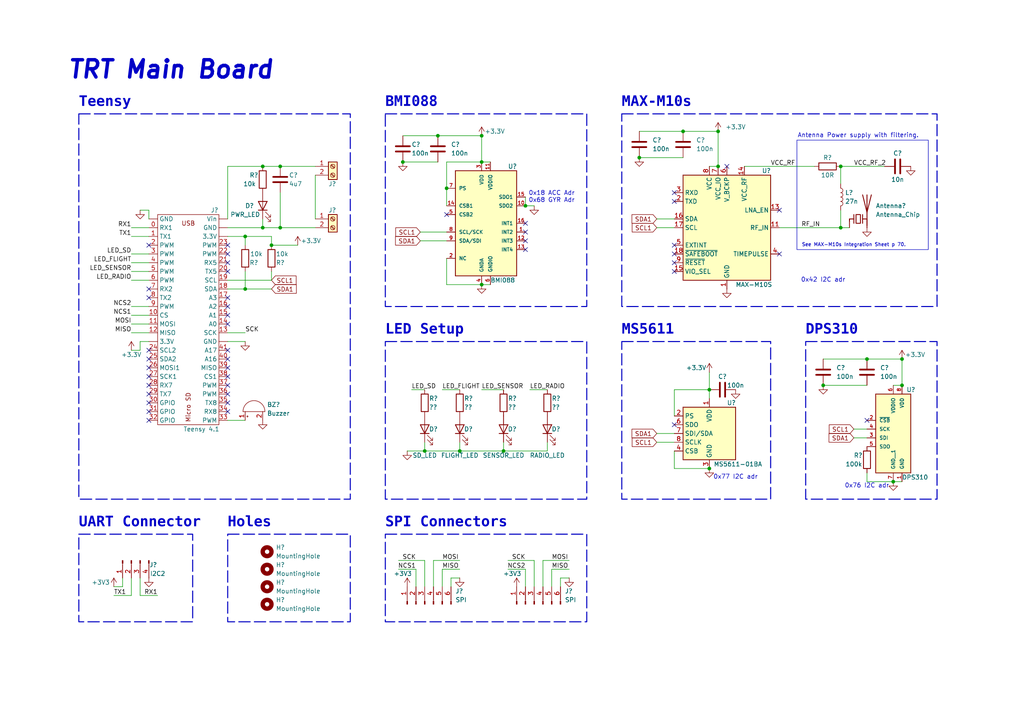
<source format=kicad_sch>
(kicad_sch (version 20231120) (generator "eeschema") (generator_version "8.0")
  (paper "A4")
  (lib_symbols
    (symbol "BMI088:BMI088" (pin_names (offset 1.016))
      (property "Reference" "U?" (at 5.08 15.24 0))
      (property "Value" "BMI088" (at 5.08 -17.78 0))
      (symbol "BMI088_0_0"
        (rectangle (start -12.7 15.24) (end 5.08 -15.24) (stroke (width 0.254)) (fill (type background)))
      )
      (symbol "BMI088_1_0"
        (pin bidirectional line (at 7.62 -2.54 180) (length 2.54) (name "INT2") (number "1"))
        (pin output line (at 7.62 5.08 180) (length 2.54) (name "SDO2") (number "10"))
        (pin power_in line (at -2.54 17.78 270) (length 2.54) (name "VDDIO") (number "11"))
        (pin bidirectional line (at 7.62 -5.08 180) (length 2.54) (name "INT3") (number "12"))
        (pin bidirectional line (at 7.62 -7.62 180) (length 2.54) (name "INT4") (number "13"))
        (pin input line (at -15.24 5.08 0) (length 2.54) (name "CSB1") (number "14"))
        (pin output line (at 7.62 7.62 180) (length 2.54) (name "SDO1") (number "15"))
        (pin bidirectional line (at 7.62 0 180) (length 2.54) (name "INT1") (number "16"))
        (pin passive line (at -15.24 -10.16 0) (length 2.54) (name "NC") (number "2"))
        (pin power_in line (at -5.08 17.78 270) (length 2.54) (name "VDD") (number "3"))
        (pin power_in line (at -5.08 -17.78 90) (length 2.54) (name "GNDA") (number "4"))
        (pin input line (at -15.24 2.54 0) (length 2.54) (name "CSB2") (number "5"))
        (pin power_in line (at -2.54 -17.78 90) (length 2.54) (name "GNDIO") (number "6"))
        (pin input line (at -15.24 10.16 0) (length 2.54) (name "PS") (number "7"))
        (pin input line (at -15.24 -2.54 0) (length 2.54) (name "SCL/SCK") (number "8"))
        (pin bidirectional line (at -15.24 -5.08 0) (length 2.54) (name "SDA/SDI") (number "9"))
      )
    )
    (symbol "CUSTOM:Teensy_4.1"
      (property "Reference" "J?" (at 17.78 60.96 0))
      (property "Value" "Teensy 4.1" (at 15.24 -2.54 0))
      (symbol "Teensy_4.1_0_1"
        (rectangle (start 2.54 59.69) (end 20.32 -1.27))
      )
      (symbol "Teensy_4.1_1_1"
        (text "Micro SD" (at 11.43 3.81 900) (effects (font (size 1.27 1.27))))
        (text "USB" (at 11.43 57.15 0) (effects (font (size 1.27 1.27))))
        (pin input line (at 0 22.86 0) (length 2.54) (name "3.3V") (number ""))
        (pin input line (at 22.86 53.34 180) (length 2.54) (name "3.3V") (number ""))
        (pin input line (at 0 58.42 0) (length 2.54) (name "GND") (number ""))
        (pin input line (at 22.86 22.86 180) (length 2.54) (name "GND") (number ""))
        (pin input line (at 22.86 55.88 180) (length 2.54) (name "GND") (number ""))
        (pin input line (at 22.86 58.42 180) (length 2.54) (name "Vin") (number ""))
        (pin input line (at 0 55.88 0) (length 2.54) (name "RX1") (number "0"))
        (pin input line (at 0 53.34 0) (length 2.54) (name "TX1") (number "1"))
        (pin input line (at 0 30.48 0) (length 2.54) (name "CS") (number "10"))
        (pin input line (at 0 27.94 0) (length 2.54) (name "MOSI") (number "11"))
        (pin input line (at 0 25.4 0) (length 2.54) (name "MISO") (number "12"))
        (pin input line (at 22.86 25.4 180) (length 2.54) (name "SCK") (number "13"))
        (pin input line (at 22.86 27.94 180) (length 2.54) (name "A0") (number "14"))
        (pin input line (at 22.86 30.48 180) (length 2.54) (name "A1") (number "15"))
        (pin input line (at 22.86 33.02 180) (length 2.54) (name "A2") (number "16"))
        (pin input line (at 22.86 35.56 180) (length 2.54) (name "A3") (number "17"))
        (pin input line (at 22.86 38.1 180) (length 2.54) (name "SDA") (number "18"))
        (pin input line (at 22.86 40.64 180) (length 2.54) (name "SCL") (number "19"))
        (pin input line (at 0 50.8 0) (length 2.54) (name "PWM") (number "2"))
        (pin input line (at 22.86 43.18 180) (length 2.54) (name "TX5") (number "20"))
        (pin input line (at 22.86 45.72 180) (length 2.54) (name "RX5") (number "21"))
        (pin input line (at 22.86 48.26 180) (length 2.54) (name "PWM") (number "22"))
        (pin input line (at 22.86 50.8 180) (length 2.54) (name "PWM") (number "23"))
        (pin input line (at 0 20.32 0) (length 2.54) (name "SCL2") (number "24"))
        (pin input line (at 0 17.78 0) (length 2.54) (name "SDA2") (number "25"))
        (pin input line (at 0 15.24 0) (length 2.54) (name "MOSI1") (number "26"))
        (pin input line (at 0 12.7 0) (length 2.54) (name "SCK1") (number "27"))
        (pin input line (at 0 10.16 0) (length 2.54) (name "RX7") (number "28"))
        (pin input line (at 0 7.62 0) (length 2.54) (name "TX7") (number "29"))
        (pin input line (at 0 48.26 0) (length 2.54) (name "PWM") (number "3"))
        (pin input line (at 0 5.08 0) (length 2.54) (name "GPIO") (number "30"))
        (pin input line (at 0 2.54 0) (length 2.54) (name "GPIO") (number "31"))
        (pin input line (at 0 0 0) (length 2.54) (name "GPIO") (number "32"))
        (pin input line (at 22.86 0 180) (length 2.54) (name "PWM") (number "33"))
        (pin input line (at 22.86 2.54 180) (length 2.54) (name "RX8") (number "34"))
        (pin input line (at 22.86 5.08 180) (length 2.54) (name "TX8") (number "35"))
        (pin input line (at 22.86 7.62 180) (length 2.54) (name "PWM") (number "36"))
        (pin input line (at 22.86 10.16 180) (length 2.54) (name "PWM") (number "37"))
        (pin input line (at 22.86 12.7 180) (length 2.54) (name "CS1") (number "38"))
        (pin input line (at 22.86 15.24 180) (length 2.54) (name "MISO") (number "39"))
        (pin input line (at 0 45.72 0) (length 2.54) (name "PWM") (number "4"))
        (pin input line (at 22.86 17.78 180) (length 2.54) (name "A16") (number "40"))
        (pin input line (at 22.86 20.32 180) (length 2.54) (name "A17") (number "41"))
        (pin input line (at 0 43.18 0) (length 2.54) (name "PWM") (number "5"))
        (pin input line (at 0 40.64 0) (length 2.54) (name "PWM") (number "6"))
        (pin input line (at 0 38.1 0) (length 2.54) (name "RX2") (number "7"))
        (pin input line (at 0 35.56 0) (length 2.54) (name "TX2") (number "8"))
        (pin input line (at 0 33.02 0) (length 2.54) (name "PWM") (number "9"))
      )
    )
    (symbol "Connector:Conn_01x04_Pin" (pin_names (offset 1.016) hide)
      (property "Reference" "J" (at 0 5.08 0))
      (property "Value" "Conn_01x04_Pin" (at 0 -7.62 0))
      (symbol "Conn_01x04_Pin_1_1"
        (polyline (pts (xy 1.27 -5.08) (xy 0.8636 -5.08)) (stroke (width 0.1524)))
        (polyline (pts (xy 1.27 -2.54) (xy 0.8636 -2.54)) (stroke (width 0.1524)))
        (polyline (pts (xy 1.27 0) (xy 0.8636 0)) (stroke (width 0.1524)))
        (polyline (pts (xy 1.27 2.54) (xy 0.8636 2.54)) (stroke (width 0.1524)))
        (rectangle (start 0.8636 -4.953) (end 0 -5.207) (stroke (width 0.1524)) (fill (type outline)))
        (rectangle (start 0.8636 -2.413) (end 0 -2.667) (stroke (width 0.1524)) (fill (type outline)))
        (rectangle (start 0.8636 0.127) (end 0 -0.127) (stroke (width 0.1524)) (fill (type outline)))
        (rectangle (start 0.8636 2.667) (end 0 2.413) (stroke (width 0.1524)) (fill (type outline)))
        (pin passive line (at 5.08 2.54 180) (length 3.81) (name "Pin_1") (number "1"))
        (pin passive line (at 5.08 0 180) (length 3.81) (name "Pin_2") (number "2"))
        (pin passive line (at 5.08 -2.54 180) (length 3.81) (name "Pin_3") (number "3"))
        (pin passive line (at 5.08 -5.08 180) (length 3.81) (name "Pin_4") (number "4"))
      )
    )
    (symbol "Connector:Conn_01x06_Pin" (pin_names (offset 1.016) hide)
      (property "Reference" "J" (at 0 7.62 0))
      (property "Value" "Conn_01x06_Pin" (at 0 -10.16 0))
      (symbol "Conn_01x06_Pin_1_1"
        (polyline (pts (xy 1.27 -7.62) (xy 0.8636 -7.62)) (stroke (width 0.1524)))
        (polyline (pts (xy 1.27 -5.08) (xy 0.8636 -5.08)) (stroke (width 0.1524)))
        (polyline (pts (xy 1.27 -2.54) (xy 0.8636 -2.54)) (stroke (width 0.1524)))
        (polyline (pts (xy 1.27 0) (xy 0.8636 0)) (stroke (width 0.1524)))
        (polyline (pts (xy 1.27 2.54) (xy 0.8636 2.54)) (stroke (width 0.1524)))
        (polyline (pts (xy 1.27 5.08) (xy 0.8636 5.08)) (stroke (width 0.1524)))
        (rectangle (start 0.8636 -7.493) (end 0 -7.747) (stroke (width 0.1524)) (fill (type outline)))
        (rectangle (start 0.8636 -4.953) (end 0 -5.207) (stroke (width 0.1524)) (fill (type outline)))
        (rectangle (start 0.8636 -2.413) (end 0 -2.667) (stroke (width 0.1524)) (fill (type outline)))
        (rectangle (start 0.8636 0.127) (end 0 -0.127) (stroke (width 0.1524)) (fill (type outline)))
        (rectangle (start 0.8636 2.667) (end 0 2.413) (stroke (width 0.1524)) (fill (type outline)))
        (rectangle (start 0.8636 5.207) (end 0 4.953) (stroke (width 0.1524)) (fill (type outline)))
        (pin passive line (at 5.08 5.08 180) (length 3.81) (name "Pin_1") (number "1"))
        (pin passive line (at 5.08 2.54 180) (length 3.81) (name "Pin_2") (number "2"))
        (pin passive line (at 5.08 0 180) (length 3.81) (name "Pin_3") (number "3"))
        (pin passive line (at 5.08 -2.54 180) (length 3.81) (name "Pin_4") (number "4"))
        (pin passive line (at 5.08 -5.08 180) (length 3.81) (name "Pin_5") (number "5"))
        (pin passive line (at 5.08 -7.62 180) (length 3.81) (name "Pin_6") (number "6"))
      )
    )
    (symbol "Connector:Screw_Terminal_01x02" (pin_names (offset 1.016) hide)
      (property "Reference" "J" (at 0 2.54 0))
      (property "Value" "Screw_Terminal_01x02" (at 0 -5.08 0))
      (symbol "Screw_Terminal_01x02_1_1"
        (rectangle (start -1.27 1.27) (end 1.27 -3.81) (stroke (width 0.254)) (fill (type background)))
        (circle (center 0 -2.54) (radius 0.635) (stroke (width 0.1524)))
        (polyline (pts (xy -0.5334 -2.2098) (xy 0.3302 -3.048)) (stroke (width 0.1524)))
        (polyline (pts (xy -0.5334 0.3302) (xy 0.3302 -0.508)) (stroke (width 0.1524)))
        (polyline (pts (xy -0.3556 -2.032) (xy 0.508 -2.8702)) (stroke (width 0.1524)))
        (polyline (pts (xy -0.3556 0.508) (xy 0.508 -0.3302)) (stroke (width 0.1524)))
        (circle (center 0 0) (radius 0.635) (stroke (width 0.1524)))
        (pin passive line (at -5.08 0 0) (length 3.81) (name "Pin_1") (number "1"))
        (pin passive line (at -5.08 -2.54 0) (length 3.81) (name "Pin_2") (number "2"))
      )
    )
    (symbol "DPS310XTSA1:DPS310XTSA1" (pin_names (offset 1.016))
      (property "Reference" "U" (at 7.62 22.86 0))
      (property "Value" "DPS310XTSA1" (at 7.62 0 0))
      (symbol "DPS310XTSA1_0_0"
        (rectangle (start 0 22.86) (end 10.16 0) (stroke (width 0.254)) (fill (type background)))
      )
      (symbol "DPS310XTSA1_1_0"
        (pin power_in line (at 7.62 -2.54 90) (length 2.54) (name "GND") (number "1"))
        (pin input line (at -2.54 15.24 0) (length 2.54) (name "~{CSB}") (number "2"))
        (pin bidirectional line (at -2.54 10.16 0) (length 2.54) (name "SDI") (number "3"))
        (pin input line (at -2.54 12.7 0) (length 2.54) (name "SCK") (number "4"))
        (pin output line (at -2.54 7.62 0) (length 2.54) (name "SDO") (number "5"))
        (pin power_in line (at 5.08 25.4 270) (length 2.54) (name "VDDIO") (number "6"))
        (pin power_in line (at 5.08 -2.54 90) (length 2.54) (name "GND__1") (number "7"))
        (pin power_in line (at 7.62 25.4 270) (length 2.54) (name "VDD") (number "8"))
      )
    )
    (symbol "Device:Antenna_Chip" (pin_numbers hide) (pin_names (offset 1.016) hide)
      (property "Reference" "AE1" (at 5.08 3.8101 0))
      (property "Value" "Antenna_Chip" (at 5.08 1.2701 0))
      (symbol "Antenna_Chip_0_1"
        (polyline (pts (xy -2.54 0) (xy -2.54 -0.635)) (stroke (width 0.254)))
        (polyline (pts (xy -2.54 0) (xy -1.27 0)) (stroke (width 0.254)))
        (polyline (pts (xy 1.27 0) (xy 2.54 0)) (stroke (width 0.254)))
        (polyline (pts (xy 1.27 1.27) (xy 1.27 -1.27)) (stroke (width 0.254)))
        (polyline (pts (xy 2.54 -0.635) (xy 2.54 0)))
        (polyline (pts (xy 2.54 6.985) (xy 2.54 -1.905)) (stroke (width 0.254)))
        (polyline (pts (xy -1.27 1.27) (xy -1.27 -1.27) (xy -1.27 0)) (stroke (width 0.254)))
        (polyline (pts (xy 3.81 6.985) (xy 2.54 1.905) (xy 1.27 6.985)) (stroke (width 0.254)))
        (polyline (pts (xy -0.635 1.27) (xy 0.635 1.27) (xy 0.635 -1.27) (xy -0.635 -1.27) (xy -0.635 1.27)) (stroke (width 0.254)))
      )
      (symbol "Antenna_Chip_1_1"
        (pin input line (at -2.54 -2.54 90) (length 2.54) (name "FEED") (number "1"))
        (pin passive line (at 2.54 -2.54 90) (length 2.54) (name "PCB_Trace") (number "2"))
        (pin input line (at 2.54 -2.54 0) (length 2.54) hide (name "") (number "3"))
        (pin input line (at 2.54 -2.54 0) (length 2.54) hide (name "") (number "4"))
        (pin input line (at 2.54 -2.54 0) (length 2.54) hide (name "") (number "5"))
        (pin input line (at 2.54 -2.54 0) (length 2.54) hide (name "") (number "6"))
        (pin input line (at 2.54 -2.54 0) (length 2.54) hide (name "") (number "7"))
        (pin input line (at 2.54 -2.54 0) (length 2.54) hide (name "") (number "8"))
        (pin input line (at 2.54 -2.54 0) (length 2.54) hide (name "") (number "9"))
      )
    )
    (symbol "Device:Buzzer" (pin_names (offset 0.0254) hide)
      (property "Reference" "BZ" (at 3.81 1.27 0))
      (property "Value" "Buzzer" (at 3.81 -1.27 0))
      (symbol "Buzzer_0_1"
        (arc (start 0 -3.175) (mid 3.1612 0) (end 0 3.175))
        (polyline (pts (xy -1.651 1.905) (xy -1.143 1.905)))
        (polyline (pts (xy -1.397 2.159) (xy -1.397 1.651)))
        (polyline (pts (xy 0 3.175) (xy 0 -3.175)))
      )
      (symbol "Buzzer_1_1"
        (pin passive line (at -2.54 2.54 0) (length 2.54) (name "-") (number "1"))
        (pin passive line (at -2.54 -2.54 0) (length 2.54) (name "+") (number "2"))
      )
    )
    (symbol "Device:C" (pin_numbers hide) (pin_names (offset 0.254))
      (property "Reference" "C" (at 0.635 2.54 0))
      (property "Value" "C" (at 0.635 -2.54 0))
      (symbol "C_0_1"
        (polyline (pts (xy -2.032 -0.762) (xy 2.032 -0.762)) (stroke (width 0.508)))
        (polyline (pts (xy -2.032 0.762) (xy 2.032 0.762)) (stroke (width 0.508)))
      )
      (symbol "C_1_1"
        (pin passive line (at 0 3.81 270) (length 2.794) (name "~") (number "1"))
        (pin passive line (at 0 -3.81 90) (length 2.794) (name "~") (number "2"))
      )
    )
    (symbol "Device:L" (pin_numbers hide) (pin_names (offset 1.016) hide)
      (property "Reference" "L" (at -1.27 0 90))
      (property "Value" "L" (at 1.905 0 90))
      (symbol "L_0_1"
        (arc (start 0 -2.54) (mid 0.6323 -1.905) (end 0 -1.27))
        (arc (start 0 -1.27) (mid 0.6323 -0.635) (end 0 0))
        (arc (start 0 0) (mid 0.6323 0.635) (end 0 1.27))
        (arc (start 0 1.27) (mid 0.6323 1.905) (end 0 2.54))
      )
      (symbol "L_1_1"
        (pin passive line (at 0 3.81 270) (length 1.27) (name "1") (number "1"))
        (pin passive line (at 0 -3.81 90) (length 1.27) (name "2") (number "2"))
      )
    )
    (symbol "Device:LED" (pin_numbers hide) (pin_names (offset 1.016) hide)
      (property "Reference" "D" (at 0 2.54 0))
      (property "Value" "LED" (at 0 -2.54 0))
      (symbol "LED_0_1"
        (polyline (pts (xy -1.27 -1.27) (xy -1.27 1.27)) (stroke (width 0.254)))
        (polyline (pts (xy -1.27 0) (xy 1.27 0)))
        (polyline (pts (xy 1.27 -1.27) (xy 1.27 1.27) (xy -1.27 0) (xy 1.27 -1.27)) (stroke (width 0.254)))
        (polyline (pts (xy -3.048 -0.762) (xy -4.572 -2.286) (xy -3.81 -2.286) (xy -4.572 -2.286) (xy -4.572 -1.524)))
        (polyline (pts (xy -1.778 -0.762) (xy -3.302 -2.286) (xy -2.54 -2.286) (xy -3.302 -2.286) (xy -3.302 -1.524)))
      )
      (symbol "LED_1_1"
        (pin passive line (at -3.81 0 0) (length 2.54) (name "K") (number "1"))
        (pin passive line (at 3.81 0 180) (length 2.54) (name "A") (number "2"))
      )
    )
    (symbol "Device:R" (pin_numbers hide) (pin_names (offset 0))
      (property "Reference" "R" (at 2.032 0 90))
      (property "Value" "R" (at 0 0 90))
      (symbol "R_0_1"
        (rectangle (start -1.016 -2.54) (end 1.016 2.54) (stroke (width 0.254)))
      )
      (symbol "R_1_1"
        (pin passive line (at 0 3.81 270) (length 1.27) (name "~") (number "1"))
        (pin passive line (at 0 -3.81 90) (length 1.27) (name "~") (number "2"))
      )
    )
    (symbol "Mechanical:MountingHole" (pin_names (offset 1.016)) (exclude_from_sim yes) (in_bom no)
      (property "Reference" "H" (at 0 5.08 0))
      (property "Value" "MountingHole" (at 0 3.175 0))
      (symbol "MountingHole_0_1"
        (circle (center 0 0) (radius 1.27) (stroke (width 1.27)))
      )
    )
    (symbol "RF_GPS:MAX-M10S"
      (property "Reference" "U" (at -10.16 16.51 0))
      (property "Value" "MAX-M10S" (at 11.43 16.51 0))
      (symbol "MAX-M10S_0_1"
        (rectangle (start 12.7 15.24) (end -12.7 -15.24) (stroke (width 0.254)) (fill (type background)))
      )
      (symbol "MAX-M10S_1_1"
        (pin power_in line (at 0 -17.78 90) (length 2.54) (name "GND") (number "1"))
        (pin passive line (at 0 -17.78 90) (length 2.54) hide (name "GND") (number "10"))
        (pin input line (at 15.24 0 180) (length 2.54) (name "RF_IN") (number "11"))
        (pin passive line (at 0 -17.78 90) (length 2.54) hide (name "GND") (number "12"))
        (pin output line (at 15.24 5.08 180) (length 2.54) (name "LNA_EN") (number "13"))
        (pin power_out line (at 5.08 17.78 270) (length 2.54) (name "VCC_RF") (number "14"))
        (pin input line (at -15.24 -12.7 0) (length 2.54) (name "VIO_SEL") (number "15"))
        (pin bidirectional line (at -15.24 2.54 0) (length 2.54) (name "SDA") (number "16"))
        (pin input line (at -15.24 0 0) (length 2.54) (name "SCL") (number "17"))
        (pin input line (at -15.24 -7.62 0) (length 2.54) (name "~{SAFEBOOT}") (number "18"))
        (pin output line (at -15.24 7.62 0) (length 2.54) (name "TXD") (number "2"))
        (pin input line (at -15.24 10.16 0) (length 2.54) (name "RXD") (number "3"))
        (pin output line (at 15.24 -7.62 180) (length 2.54) (name "TIMEPULSE") (number "4"))
        (pin input line (at -15.24 -5.08 0) (length 2.54) (name "EXTINT") (number "5"))
        (pin power_in line (at 0 17.78 270) (length 2.54) (name "V_BCKP") (number "6"))
        (pin power_in line (at -2.54 17.78 270) (length 2.54) (name "VCC_IO") (number "7"))
        (pin power_in line (at -5.08 17.78 270) (length 2.54) (name "VCC") (number "8"))
        (pin input line (at -15.24 -10.16 0) (length 2.54) (name "~{RESET}") (number "9"))
      )
    )
    (symbol "Sensor_Pressure:MS5611-01BA"
      (property "Reference" "U" (at -6.35 8.89 0))
      (property "Value" "MS5611-01BA" (at 7.62 8.89 0))
      (symbol "MS5611-01BA_0_1"
        (rectangle (start -7.62 7.62) (end 7.62 -7.62) (stroke (width 0.254)) (fill (type background)))
      )
      (symbol "MS5611-01BA_1_1"
        (pin power_in line (at 0 10.16 270) (length 2.54) (name "VDD") (number "1"))
        (pin input line (at -10.16 5.08 0) (length 2.54) (name "PS") (number "2"))
        (pin power_in line (at 0 -10.16 90) (length 2.54) (name "GND") (number "3"))
        (pin input line (at -10.16 -5.08 0) (length 2.54) (name "CSB") (number "4"))
        (pin input line (at -10.16 -5.08 0) (length 2.54) hide (name "CSB") (number "5"))
        (pin output line (at -10.16 2.54 0) (length 2.54) (name "SDO") (number "6"))
        (pin bidirectional line (at -10.16 0 0) (length 2.54) (name "SDI/SDA") (number "7"))
        (pin input line (at -10.16 -2.54 0) (length 2.54) (name "SCLK") (number "8"))
      )
    )
    (symbol "power:+3.3V" (power) (pin_numbers hide) (pin_names (offset 0) hide)
      (property "Value" "+3.3V" (at 0 3.556 0))
      (symbol "+3.3V_0_1"
        (polyline (pts (xy -0.762 1.27) (xy 0 2.54)))
        (polyline (pts (xy 0 0) (xy 0 2.54)))
        (polyline (pts (xy 0 2.54) (xy 0.762 1.27)))
      )
      (symbol "+3.3V_1_1"
        (pin power_in line (at 0 0 90) (length 0) (name "~") (number "1"))
      )
    )
    (symbol "power:GND" (power) (pin_numbers hide) (pin_names (offset 0) hide)
      (property "Value" "GND" (at 0 -3.81 0))
      (symbol "GND_0_1"
        (polyline (pts (xy 0 0) (xy 0 -1.27) (xy 1.27 -1.27) (xy 0 -2.54) (xy -1.27 -1.27) (xy 0 -1.27)))
      )
      (symbol "GND_1_1"
        (pin power_in line (at 0 0 270) (length 0) (name "~") (number "1"))
      )
    )
  )
  (junction (at 139.7 39.37))
  (junction (at 243.84 48.26))
  (junction (at 81.28 48.26))
  (junction (at 198.12 38.1))
  (junction (at 76.2 66.04))
  (junction (at 205.74 113.03))
  (junction (at 208.28 38.1))
  (junction (at 261.62 111.76))
  (junction (at 78.74 71.12))
  (junction (at 139.7 82.55))
  (junction (at 205.74 135.89))
  (junction (at 152.4 59.69))
  (junction (at 238.76 111.76))
  (junction (at 208.28 48.26))
  (junction (at 116.84 46.99))
  (junction (at 259.08 139.7))
  (junction (at 76.2 48.26))
  (junction (at 71.12 83.82))
  (junction (at 71.12 68.58))
  (junction (at 133.35 130.81))
  (junction (at 146.05 130.81))
  (junction (at 251.46 104.14))
  (junction (at 81.28 66.04))
  (junction (at 243.84 66.04))
  (junction (at 139.7 46.99))
  (junction (at 127 39.37))
  (junction (at 185.42 45.72))
  (junction (at 129.54 54.61))
  (junction (at 261.62 104.14))
  (junction (at 123.19 130.81))
  (no_connect (at 152.4 67.31))
  (no_connect (at 66.04 106.68))
  (no_connect (at 195.58 123.19))
  (no_connect (at 152.4 64.77))
  (no_connect (at 66.04 86.36))
  (no_connect (at 43.18 111.76))
  (no_connect (at 43.18 114.3))
  (no_connect (at 152.4 69.85))
  (no_connect (at 66.04 116.84))
  (no_connect (at 66.04 78.74))
  (no_connect (at 66.04 76.2))
  (no_connect (at 43.18 71.12))
  (no_connect (at 66.04 88.9))
  (no_connect (at 43.18 104.14))
  (no_connect (at 226.06 60.96))
  (no_connect (at 195.58 73.66))
  (no_connect (at 66.04 111.76))
  (no_connect (at 152.4 72.39))
  (no_connect (at 43.18 116.84))
  (no_connect (at 66.04 114.3))
  (no_connect (at 66.04 71.12))
  (no_connect (at 129.54 62.23))
  (no_connect (at 43.18 101.6))
  (no_connect (at 195.58 76.2))
  (no_connect (at 195.58 78.74))
  (no_connect (at 66.04 104.14))
  (no_connect (at 66.04 93.98))
  (no_connect (at 43.18 83.82))
  (no_connect (at 210.82 48.26))
  (no_connect (at 66.04 109.22))
  (no_connect (at 43.18 119.38))
  (no_connect (at 66.04 119.38))
  (no_connect (at 43.18 109.22))
  (no_connect (at 195.58 71.12))
  (no_connect (at 226.06 73.66))
  (no_connect (at 66.04 101.6))
  (no_connect (at 43.18 121.92))
  (no_connect (at 66.04 73.66))
  (no_connect (at 66.04 91.44))
  (no_connect (at 43.18 86.36))
  (no_connect (at 195.58 55.88))
  (no_connect (at 43.18 106.68))
  (no_connect (at 251.46 121.92))
  (no_connect (at 195.58 58.42))
  (wire (pts (xy 38.1 88.9) (xy 43.18 88.9)))
  (wire (pts (xy 154.94 59.69) (xy 152.4 59.69)))
  (wire (pts (xy 190.5 63.5) (xy 195.58 63.5)))
  (wire (pts (xy 81.28 66.04) (xy 91.44 66.04)))
  (wire (pts (xy 71.12 83.82) (xy 78.74 83.82)))
  (wire (pts (xy 195.58 130.81) (xy 195.58 135.89)))
  (wire (pts (xy 71.12 68.58) (xy 78.74 68.58)))
  (wire (pts (xy 190.5 66.04) (xy 195.58 66.04)))
  (wire (pts (xy 208.28 48.26) (xy 208.28 38.1)))
  (wire (pts (xy 123.19 170.18) (xy 123.19 162.56)))
  (wire (pts (xy 128.27 165.1) (xy 133.35 165.1)))
  (wire (pts (xy 129.54 46.99) (xy 139.7 46.99)))
  (wire (pts (xy 259.08 111.76) (xy 261.62 111.76)))
  (wire (pts (xy 238.76 111.76) (xy 251.46 111.76)))
  (wire (pts (xy 146.05 130.81) (xy 158.75 130.81)))
  (wire (pts (xy 40.64 172.72) (xy 45.72 172.72)))
  (wire (pts (xy 130.81 167.64) (xy 133.35 167.64)))
  (wire (pts (xy 35.56 170.18) (xy 33.02 170.18)))
  (wire (pts (xy 116.84 39.37) (xy 127 39.37)))
  (wire (pts (xy 195.58 135.89) (xy 205.74 135.89)))
  (wire (pts (xy 66.04 63.5) (xy 66.04 48.26)))
  (wire (pts (xy 147.32 165.1) (xy 152.4 165.1)))
  (wire (pts (xy 38.1 81.28) (xy 43.18 81.28)))
  (wire (pts (xy 130.81 170.18) (xy 130.81 167.64)))
  (wire (pts (xy 35.56 167.64) (xy 35.56 170.18)))
  (wire (pts (xy 205.74 113.03) (xy 205.74 115.57)))
  (wire (pts (xy 127 39.37) (xy 139.7 39.37)))
  (wire (pts (xy 198.12 38.1) (xy 208.28 38.1)))
  (wire (pts (xy 38.1 76.2) (xy 43.18 76.2)))
  (wire (pts (xy 195.58 113.03) (xy 205.74 113.03)))
  (wire (pts (xy 238.76 104.14) (xy 251.46 104.14)))
  (wire (pts (xy 125.73 170.18) (xy 125.73 162.56)))
  (wire (pts (xy 43.18 60.96) (xy 43.18 63.5)))
  (wire (pts (xy 38.1 101.6) (xy 40.64 101.6)))
  (wire (pts (xy 66.04 48.26) (xy 76.2 48.26)))
  (wire (pts (xy 76.2 63.5) (xy 76.2 66.04)))
  (wire (pts (xy 139.7 39.37) (xy 139.7 46.99)))
  (wire (pts (xy 76.2 66.04) (xy 66.04 66.04)))
  (wire (pts (xy 157.48 162.56) (xy 165.1 162.56)))
  (wire (pts (xy 38.1 66.04) (xy 43.18 66.04)))
  (wire (pts (xy 38.1 78.74) (xy 43.18 78.74)))
  (wire (pts (xy 160.02 170.18) (xy 160.02 165.1)))
  (wire (pts (xy 118.11 130.81) (xy 123.19 130.81)))
  (wire (pts (xy 38.1 93.98) (xy 43.18 93.98)))
  (wire (pts (xy 66.04 68.58) (xy 71.12 68.58)))
  (wire (pts (xy 247.65 127) (xy 251.46 127)))
  (wire (pts (xy 128.27 170.18) (xy 128.27 165.1)))
  (wire (pts (xy 157.48 170.18) (xy 157.48 162.56)))
  (wire (pts (xy 133.35 130.81) (xy 146.05 130.81)))
  (wire (pts (xy 133.35 130.81) (xy 123.19 130.81)))
  (wire (pts (xy 146.05 128.27) (xy 146.05 130.81)))
  (wire (pts (xy 259.08 139.7) (xy 261.62 139.7)))
  (wire (pts (xy 78.74 71.12) (xy 78.74 68.58)))
  (wire (pts (xy 38.1 172.72) (xy 33.02 172.72)))
  (wire (pts (xy 215.9 48.26) (xy 236.22 48.26)))
  (wire (pts (xy 162.56 167.64) (xy 165.1 167.64)))
  (wire (pts (xy 81.28 48.26) (xy 76.2 48.26)))
  (wire (pts (xy 116.84 46.99) (xy 127 46.99)))
  (wire (pts (xy 81.28 66.04) (xy 76.2 66.04)))
  (wire (pts (xy 243.84 66.04) (xy 246.38 66.04)))
  (wire (pts (xy 251.46 139.7) (xy 259.08 139.7)))
  (wire (pts (xy 129.54 54.61) (xy 129.54 46.99)))
  (wire (pts (xy 205.74 107.95) (xy 205.74 113.03)))
  (wire (pts (xy 243.84 48.26) (xy 243.84 53.34)))
  (wire (pts (xy 38.1 68.58) (xy 43.18 68.58)))
  (wire (pts (xy 40.64 167.64) (xy 40.64 172.72)))
  (wire (pts (xy 251.46 137.16) (xy 251.46 139.7)))
  (wire (pts (xy 190.5 128.27) (xy 195.58 128.27)))
  (wire (pts (xy 78.74 71.12) (xy 86.36 71.12)))
  (wire (pts (xy 38.1 167.64) (xy 38.1 172.72)))
  (wire (pts (xy 162.56 170.18) (xy 162.56 167.64)))
  (wire (pts (xy 152.4 170.18) (xy 152.4 165.1)))
  (wire (pts (xy 243.84 60.96) (xy 243.84 66.04)))
  (wire (pts (xy 66.04 81.28) (xy 78.74 81.28)))
  (wire (pts (xy 153.67 113.03) (xy 158.75 113.03)))
  (wire (pts (xy 78.74 81.28) (xy 78.74 78.74)))
  (wire (pts (xy 40.64 60.96) (xy 43.18 60.96)))
  (wire (pts (xy 139.7 82.55) (xy 129.54 82.55)))
  (wire (pts (xy 123.19 128.27) (xy 123.19 130.81)))
  (wire (pts (xy 243.84 48.26) (xy 256.54 48.26)))
  (wire (pts (xy 128.27 113.03) (xy 133.35 113.03)))
  (wire (pts (xy 261.62 104.14) (xy 261.62 111.76)))
  (wire (pts (xy 81.28 48.26) (xy 91.44 48.26)))
  (wire (pts (xy 121.92 69.85) (xy 129.54 69.85)))
  (wire (pts (xy 66.04 99.06) (xy 71.12 99.06)))
  (wire (pts (xy 71.12 68.58) (xy 71.12 71.12)))
  (wire (pts (xy 190.5 125.73) (xy 195.58 125.73)))
  (wire (pts (xy 247.65 124.46) (xy 251.46 124.46)))
  (wire (pts (xy 129.54 54.61) (xy 129.54 59.69)))
  (wire (pts (xy 133.35 128.27) (xy 133.35 130.81)))
  (wire (pts (xy 71.12 78.74) (xy 71.12 83.82)))
  (wire (pts (xy 38.1 96.52) (xy 43.18 96.52)))
  (wire (pts (xy 81.28 55.88) (xy 81.28 66.04)))
  (wire (pts (xy 125.73 162.56) (xy 133.35 162.56)))
  (wire (pts (xy 158.75 128.27) (xy 158.75 130.81)))
  (wire (pts (xy 152.4 59.69) (xy 152.4 57.15)))
  (wire (pts (xy 123.19 113.03) (xy 119.38 113.03)))
  (wire (pts (xy 129.54 74.93) (xy 129.54 82.55)))
  (wire (pts (xy 205.74 48.26) (xy 208.28 48.26)))
  (wire (pts (xy 185.42 45.72) (xy 198.12 45.72)))
  (wire (pts (xy 251.46 104.14) (xy 261.62 104.14)))
  (wire (pts (xy 185.42 38.1) (xy 198.12 38.1)))
  (wire (pts (xy 195.58 120.65) (xy 195.58 113.03)))
  (wire (pts (xy 40.64 101.6) (xy 40.64 99.06)))
  (wire (pts (xy 160.02 165.1) (xy 165.1 165.1)))
  (wire (pts (xy 91.44 50.8) (xy 91.44 63.5)))
  (wire (pts (xy 121.92 67.31) (xy 129.54 67.31)))
  (wire (pts (xy 40.64 99.06) (xy 43.18 99.06)))
  (wire (pts (xy 139.7 46.99) (xy 142.24 46.99)))
  (wire (pts (xy 147.32 162.56) (xy 154.94 162.56)))
  (wire (pts (xy 66.04 96.52) (xy 71.12 96.52)))
  (wire (pts (xy 142.24 82.55) (xy 139.7 82.55)))
  (wire (pts (xy 38.1 73.66) (xy 43.18 73.66)))
  (wire (pts (xy 120.65 170.18) (xy 120.65 165.1)))
  (wire (pts (xy 115.57 162.56) (xy 123.19 162.56)))
  (wire (pts (xy 66.04 121.92) (xy 71.12 121.92)))
  (wire (pts (xy 139.7 113.03) (xy 146.05 113.03)))
  (wire (pts (xy 66.04 83.82) (xy 71.12 83.82)))
  (wire (pts (xy 115.57 165.1) (xy 120.65 165.1)))
  (wire (pts (xy 154.94 170.18) (xy 154.94 162.56)))
  (wire (pts (xy 38.1 91.44) (xy 43.18 91.44)))
  (wire (pts (xy 226.06 66.04) (xy 243.84 66.04)))
  (rectangle (start 22.86 154.94) (end 55.88 180.34) (stroke (width 0.3) (type dash)))
  (rectangle (start 22.86 33.02) (end 101.6 144.78) (stroke (width 0.3) (type dash)))
  (rectangle (start 233.68 99.06) (end 271.78 144.78) (stroke (width 0.3) (type dash)))
  (rectangle (start 66.04 154.94) (end 101.6 180.34) (stroke (width 0.3) (type dash)))
  (rectangle (start 111.76 99.06) (end 170.18 144.78) (stroke (width 0.3) (type dash)))
  (rectangle (start 231.14 40.64) (end 269.24 72.39))
  (rectangle (start 111.76 33.02) (end 170.18 88.9) (stroke (width 0.3) (type dash)))
  (rectangle (start 180.34 33.02) (end 271.78 88.9) (stroke (width 0.3) (type dash)))
  (rectangle (start 111.76 154.94) (end 170.18 180.34) (stroke (width 0.3) (type dash)))
  (rectangle (start 180.34 99.06) (end 223.52 144.78) (stroke (width 0.3) (type dash)))
  (text "MAX-M10s" (at 180.34 30.48 0) (effects (font (size 3 3) (thickness 1) (bold yes)) (justify left)))
  (text "0x77 I2C adr\n" (at 213.36 138.43 0) (effects (font (size 1.27 1.27))))
  (text "0x76 I2C adr\n" (at 251.46 140.97 0) (effects (font (size 1.27 1.27))))
  (text "See MAX-M10s Integration Sheet p 70." (at 247.65 71.12 0) (effects (font (size 1 1))))
  (text "Teensy" (at 22.86 30.48 0) (effects (font (size 3 3) (thickness 1) (bold yes)) (justify left)))
  (text "0x18 ACC Adr\n0x68 GYR Adr" (at 160.02 57.15 0) (effects (font (size 1.27 1.27))))
  (text "Holes" (at 66.04 152.4 0) (effects (font (size 3 3) (thickness 1) (bold yes)) (justify left)))
  (text "SPI Connectors" (at 111.76 152.4 0) (effects (font (size 3 3) (thickness 1) (bold yes)) (justify left)))
  (text "BMI088\n" (at 111.76 30.48 0) (effects (font (size 3 3) (thickness 1) (bold yes)) (justify left)))
  (text "UART Connector" (at 22.86 152.4 0) (effects (font (size 3 3) (thickness 1) (bold yes)) (justify left)))
  (text "DPS310" (at 233.68 96.52 0) (effects (font (size 3 3) (thickness 1) (bold yes)) (justify left)))
  (text "LED Setup" (at 111.76 96.52 0) (effects (font (size 3 3) (thickness 1) (bold yes)) (justify left)))
  (text "TRT Main Board" (at 49.53 20.32 0) (effects (font (size 5 5) (thickness 1) (bold yes) (italic yes))))
  (text "0x42 I2C adr\n" (at 238.76 81.28 0) (effects (font (size 1.27 1.27))))
  (text "Antenna Power supply with filtering." (at 248.92 39.37 0) (effects (font (size 1.27 1.27))))
  (text "MS5611" (at 180.34 96.52 0) (effects (font (size 3 3) (thickness 1) (bold yes)) (justify left)))
  (label "LED_SENSOR" (at 38.1 78.74 180))
  (label "SCK" (at 120.65 162.56 180))
  (label "MOSI" (at 160.02 162.56 0))
  (label "RF_IN" (at 232.41 66.04 0))
  (label "NCS2" (at 38.1 88.9 180))
  (label "LED_RADIO" (at 38.1 81.28 180))
  (label "MISO" (at 160.02 165.1 0))
  (label "MISO" (at 38.1 96.52 180))
  (label "MISO" (at 128.27 165.1 0))
  (label "NCS1" (at 38.1 91.44 180))
  (label "VCC_RF_2" (at 247.65 48.26 0))
  (label "LED_SENSOR" (at 139.7 113.03 0))
  (label "TX1" (at 38.1 68.58 180))
  (label "VCC_RF" (at 223.52 48.26 0))
  (label "RX1" (at 45.72 172.72 180))
  (label "SCK" (at 71.12 96.52 0))
  (label "NCS1" (at 120.65 165.1 180))
  (label "MOSI" (at 38.1 93.98 180))
  (label "MOSI" (at 128.27 162.56 0))
  (label "NCS2" (at 152.4 165.1 180))
  (label "LED_RADIO" (at 153.67 113.03 0))
  (label "LED_FLIGHT" (at 128.27 113.03 0))
  (label "TX1" (at 33.02 172.72 0))
  (label "LED_FLIGHT" (at 38.1 76.2 180))
  (label "LED_SD" (at 119.38 113.03 0))
  (label "SCK" (at 152.4 162.56 180))
  (label "LED_SD" (at 38.1 73.66 180))
  (label "RX1" (at 38.1 66.04 180))
  (global_label "SDA1" (shape input) (at 190.5 63.5 180) (property "Intersheetrefs" "${INTERSHEET_REFS}" (effects (hide yes))))
  (global_label "SCL1" (shape input) (at 190.5 66.04 180) (property "Intersheetrefs" "${INTERSHEET_REFS}" (effects (hide yes))))
  (global_label "SCL1" (shape input) (at 78.74 81.28 0) (property "Intersheetrefs" "${INTERSHEET_REFS}" (effects (hide yes))))
  (global_label "SCL1" (shape input) (at 121.92 67.31 180) (property "Intersheetrefs" "${INTERSHEET_REFS}" (effects (hide yes))))
  (global_label "SCL1" (shape input) (at 247.65 124.46 180) (property "Intersheetrefs" "${INTERSHEET_REFS}" (effects (hide yes))))
  (global_label "SCL1" (shape input) (at 190.5 128.27 180) (property "Intersheetrefs" "${INTERSHEET_REFS}" (effects (hide yes))))
  (global_label "SDA1" (shape input) (at 247.65 127 180) (property "Intersheetrefs" "${INTERSHEET_REFS}" (effects (hide yes))))
  (global_label "SDA1" (shape input) (at 78.74 83.82 0) (property "Intersheetrefs" "${INTERSHEET_REFS}" (effects (hide yes))))
  (global_label "SDA1" (shape input) (at 121.92 69.85 180) (property "Intersheetrefs" "${INTERSHEET_REFS}" (effects (hide yes))))
  (global_label "SDA1" (shape input) (at 190.5 125.73 180) (property "Intersheetrefs" "${INTERSHEET_REFS}" (effects (hide yes))))
  (symbol (lib_id "power:GND") (at 40.64 60.96 0) (unit 1)
    (property "Reference" "#PWR019" (effects (hide yes)))
    (property "Value" "GND" (effects (hide yes)))
    (property "Description" "Power symbol creates a global label with name \"GND\" , ground" (effects (hide yes)))
  )
  (symbol (lib_id "power:GND") (at 213.36 113.03 0) (unit 1)
    (property "Reference" "#PWR010" (effects (hide yes)))
    (property "Value" "GND" (effects (hide yes)))
    (property "Description" "Power symbol creates a global label with name \"GND\" , ground" (effects (hide yes)))
  )
  (symbol (lib_id "Mechanical:MountingHole") (at 77.47 170.18 0) (unit 1) (exclude_from_sim yes) (in_bom no)
    (property "Reference" "H?" (at 80.01 168.9099 0) (effects (justify left)))
    (property "Value" "MountingHole" (at 80.01 171.4499 0) (effects (justify left)))
    (property "Footprint" "MountingHole:MountingHole_2.2mm_M2" (effects (hide yes)))
    (property "Description" "Mounting Hole without connection" (effects (hide yes)))
  )
  (symbol (lib_id "power:GND") (at 139.7 82.55 0) (unit 1)
    (property "Reference" "#PWR012" (effects (hide yes)))
    (property "Value" "GND" (effects (hide yes)))
    (property "Description" "Power symbol creates a global label with name \"GND\" , ground" (effects (hide yes)))
  )
  (symbol (lib_id "Device:C") (at 260.35 48.26 90) (unit 1)
    (property "Reference" "C?" (at 260.35 44.45 90))
    (property "Value" "10n" (at 260.35 52.07 90))
    (property "Footprint" "Capacitor_SMD:C_0805_2012Metric" (effects (hide yes)))
    (property "Description" "Unpolarized capacitor" (effects (hide yes)))
  )
  (symbol (lib_id "DPS310XTSA1:DPS310XTSA1") (at 254 137.16 0) (unit 1)
    (property "Reference" "U?" (at 262.89 113.03 0) (effects (justify left)))
    (property "Value" "DPS310" (at 261.62 138.43 0) (effects (justify left)))
    (property "Footprint" "DPS310XTSA1:XDCR_DPS310XTSA1" (effects (hide yes)))
    (property "Description" "Supply voltage range 1.7V to 3.6V | Operation range 300hPa 1200hPa | Sensors precision 0.005hPa | Relative accuracy 0.06hPa | Pressure temperature sensitivity of 0.5Pa/K | Temperature accuracy 0.5C" (effects (hide yes)))
    (property "MF" "Infineon" (effects (hide yes)))
    (property "PACKAGE" "LGA-8 Infineon" (effects (hide yes)))
    (property "PRICE" "None" (effects (hide yes)))
    (property "MP" "DPS310XTSA1" (effects (hide yes)))
    (property "AVAILABILITY" "Unavailable" (effects (hide yes)))
  )
  (symbol (lib_id "Device:LED") (at 123.19 124.46 90) (unit 1)
    (property "Reference" "D?" (at 127 124.46 90) (effects (justify left)))
    (property "Value" "SD_LED" (at 123.19 132.08 90))
    (property "Footprint" "LED_SMD:LED_0805_2012Metric" (effects (hide yes)))
    (property "Description" "Light emitting diode" (effects (hide yes)))
  )
  (symbol (lib_id "power:+3.3V") (at 118.11 170.18 0) (mirror y) (unit 1)
    (property "Reference" "#PWR023" (effects (hide yes)))
    (property "Value" "+3V3" (at 116.84 166.37 0))
    (property "Description" "Power symbol creates a global label with name \"+3.3V\"" (effects (hide yes)))
  )
  (symbol (lib_id "Device:R") (at 123.19 116.84 180) (unit 1)
    (property "Reference" "R?" (at 124.46 115.57 0) (effects (justify right)))
    (property "Value" "??" (at 124.46 118.11 0) (effects (justify right)))
    (property "Footprint" "Resistor_SMD:R_0805_2012Metric" (effects (hide yes)))
    (property "Description" "Resistor" (effects (hide yes)))
  )
  (symbol (lib_id "power:GND") (at 165.1 167.64 0) (mirror y) (unit 1)
    (property "Reference" "#PWR024" (effects (hide yes)))
    (property "Value" "GND" (effects (hide yes)))
    (property "Description" "Power symbol creates a global label with name \"GND\" , ground" (effects (hide yes)))
  )
  (symbol (lib_id "Device:R") (at 240.03 48.26 90) (unit 1)
    (property "Reference" "R?" (at 240.03 45.72 90))
    (property "Value" "10R" (at 240.03 50.8 90))
    (property "Footprint" "Resistor_SMD:R_0805_2012Metric" (effects (hide yes)))
    (property "Description" "Resistor" (effects (hide yes)))
  )
  (symbol (lib_id "Device:Buzzer") (at 73.66 119.38 90) (unit 1)
    (property "Reference" "BZ?" (at 77.47 117.3548 90) (effects (justify right)))
    (property "Value" "Buzzer" (at 77.47 119.8948 90) (effects (justify right)))
    (property "Footprint" "Avionics:Adafruit_5V_Buzzer" (effects (hide yes)))
  )
  (symbol (lib_id "power:GND") (at 43.18 167.64 0) (unit 1)
    (property "Reference" "#PWR026" (effects (hide yes)))
    (property "Value" "GND" (effects (hide yes)))
    (property "Description" "Power symbol creates a global label with name \"GND\" , ground" (effects (hide yes)))
  )
  (symbol (lib_id "Device:R") (at 251.46 133.35 180) (unit 1)
    (property "Reference" "R?" (at 248.92 132.08 0))
    (property "Value" "100k" (at 247.65 134.62 0))
    (property "Footprint" "Resistor_SMD:R_0805_2012Metric" (effects (hide yes)))
  )
  (symbol (lib_id "power:+3.3V") (at 208.28 38.1 0) (unit 1)
    (property "Reference" "#PWR01" (effects (hide yes)))
    (property "Value" "+3.3V" (at 213.36 36.83 0))
    (property "Description" "Power symbol creates a global label with name \"+3.3V\"" (effects (hide yes)))
  )
  (symbol (lib_id "power:GND") (at 264.16 48.26 0) (unit 1)
    (property "Reference" "#PWR03" (effects (hide yes)))
    (property "Value" "GND" (effects (hide yes)))
    (property "Description" "Power symbol creates a global label with name \"GND\" , ground" (effects (hide yes)))
  )
  (symbol (lib_id "Mechanical:MountingHole") (at 77.47 160.02 0) (unit 1) (exclude_from_sim yes) (in_bom no)
    (property "Reference" "H?" (at 80.01 158.7499 0) (effects (justify left)))
    (property "Value" "MountingHole" (at 80.01 161.2899 0) (effects (justify left)))
    (property "Footprint" "MountingHole:MountingHole_2.2mm_M2" (effects (hide yes)))
    (property "Description" "Mounting Hole without connection" (effects (hide yes)))
  )
  (symbol (lib_id "power:GND") (at 116.84 46.99 0) (unit 1)
    (property "Reference" "#PWR014" (effects (hide yes)))
    (property "Value" "GND" (effects (hide yes)))
    (property "Description" "Power symbol creates a global label with name \"GND\" , ground" (effects (hide yes)))
  )
  (symbol (lib_id "Device:C") (at 209.55 113.03 270) (unit 1)
    (property "Reference" "C?" (at 209.55 109.22 90))
    (property "Value" "100n" (at 213.36 111.76 90))
    (property "Footprint" "Capacitor_SMD:C_0805_2012Metric" (effects (hide yes)))
    (property "Description" "Unpolarized capacitor" (effects (hide yes)))
  )
  (symbol (lib_id "power:+3.3V") (at 205.74 107.95 0) (unit 1)
    (property "Reference" "#PWR09" (effects (hide yes)))
    (property "Value" "+3.3V" (at 201.93 106.68 0))
    (property "Description" "Power symbol creates a global label with name \"+3.3V\"" (effects (hide yes)))
  )
  (symbol (lib_id "power:GND") (at 210.82 83.82 0) (unit 1)
    (property "Reference" "#PWR05" (effects (hide yes)))
    (property "Value" "GND" (effects (hide yes)))
    (property "Description" "Power symbol creates a global label with name \"GND\" , ground" (effects (hide yes)))
  )
  (symbol (lib_id "power:GND") (at 205.74 135.89 0) (unit 1)
    (property "Reference" "#PWR011" (effects (hide yes)))
    (property "Value" "GND" (effects (hide yes)))
    (property "Description" "Power symbol creates a global label with name \"GND\" , ground" (effects (hide yes)))
  )
  (symbol (lib_id "Device:LED") (at 133.35 124.46 90) (unit 1)
    (property "Reference" "D?" (at 137.16 124.46 90) (effects (justify left)))
    (property "Value" "FLIGHT_LED" (at 133.35 132.08 90))
    (property "Footprint" "LED_SMD:LED_0805_2012Metric" (effects (hide yes)))
    (property "Description" "Light emitting diode" (effects (hide yes)))
  )
  (symbol (lib_id "BMI088:BMI088") (at 144.78 64.77 0) (unit 1)
    (property "Reference" "U?" (at 147.32 48.26 0) (effects (justify left)))
    (property "Value" "BMI088" (at 142.24 81.28 0) (effects (justify left)))
    (property "Footprint" "BMI088:PQFN50P450X300X100-16N" (effects (hide yes)))
    (property "Description" "Accelerometer, Gyroscope, 6 Axis Sensor I²C, SPI Output" (effects (hide yes)))
    (property "MF" "Bosch Sensortec" (effects (hide yes)))
    (property "PURCHASE-URL" "https://pricing.snapeda.com/search/part/BMI088/?ref=eda" (effects (hide yes)))
    (property "PACKAGE" "VFLGA-16 Bosch Sensortec" (effects (hide yes)))
    (property "PRICE" "None" (effects (hide yes)))
    (property "MP" "BMI088" (effects (hide yes)))
    (property "AVAILABILITY" "In Stock" (effects (hide yes)))
  )
  (symbol (lib_id "power:GND") (at 118.11 130.81 0) (mirror y) (unit 1)
    (property "Reference" "#PWR022" (effects (hide yes)))
    (property "Value" "GND" (effects (hide yes)))
    (property "Description" "Power symbol creates a global label with name \"GND\" , ground" (effects (hide yes)))
  )
  (symbol (lib_id "Connector:Screw_Terminal_01x02") (at 96.52 48.26 0) (unit 1)
    (property "Reference" "J?" (at 95.25 53.34 0) (effects (justify left)))
    (property "Value" "Screw_Terminal_01x02" (effects (hide yes)))
    (property "Footprint" "TerminalBlock_4Ucon:TerminalBlock_4Ucon_1x02_P3.50mm_Vertical" (effects (hide yes)))
  )
  (symbol (lib_id "Device:R") (at 158.75 116.84 0) (unit 1)
    (property "Reference" "R?" (at 160.02 115.57 0) (effects (justify left)))
    (property "Value" "??" (at 160.02 118.11 0) (effects (justify left)))
    (property "Footprint" "Resistor_SMD:R_0805_2012Metric" (effects (hide yes)))
    (property "Description" "Resistor" (effects (hide yes)))
  )
  (symbol (lib_id "power:+3.3V") (at 33.02 170.18 0) (unit 1)
    (property "Reference" "#PWR027" (effects (hide yes)))
    (property "Value" "+3V3" (at 29.21 168.91 0))
    (property "Description" "Power symbol creates a global label with name \"+3.3V\"" (effects (hide yes)))
  )
  (symbol (lib_id "Device:C") (at 81.28 52.07 0) (unit 1)
    (property "Reference" "C?" (at 83.82 50.8 0) (effects (justify left)))
    (property "Value" "4u7" (at 83.82 53.34 0) (effects (justify left)))
    (property "Footprint" "Capacitor_SMD:C_0805_2012Metric" (effects (hide yes)))
  )
  (symbol (lib_id "power:+3.3V") (at 139.7 39.37 0) (unit 1)
    (property "Reference" "#PWR013" (effects (hide yes)))
    (property "Value" "+3.3V" (at 143.51 38.1 0))
    (property "Description" "Power symbol creates a global label with name \"+3.3V\"" (effects (hide yes)))
  )
  (symbol (lib_id "Mechanical:MountingHole") (at 77.47 165.1 0) (unit 1) (exclude_from_sim yes) (in_bom no)
    (property "Reference" "H?" (at 80.01 163.8299 0) (effects (justify left)))
    (property "Value" "MountingHole" (at 80.01 166.3699 0) (effects (justify left)))
    (property "Footprint" "MountingHole:MountingHole_2.2mm_M2" (effects (hide yes)))
    (property "Description" "Mounting Hole without connection" (effects (hide yes)))
  )
  (symbol (lib_id "Device:R") (at 146.05 116.84 0) (unit 1)
    (property "Reference" "R?" (at 147.32 115.57 0) (effects (justify left)))
    (property "Value" "??" (at 147.32 118.11 0) (effects (justify left)))
    (property "Footprint" "Resistor_SMD:R_0805_2012Metric" (effects (hide yes)))
    (property "Description" "Resistor" (effects (hide yes)))
  )
  (symbol (lib_id "Device:R") (at 78.74 74.93 0) (unit 1)
    (property "Reference" "R?" (at 80.01 76.2 0) (effects (justify left)))
    (property "Value" "10k" (at 80.01 73.66 0) (effects (justify left)))
    (property "Footprint" "Resistor_SMD:R_0805_2012Metric_Pad1.20x1.40mm_HandSolder" (effects (hide yes)))
  )
  (symbol (lib_id "Device:Antenna_Chip") (at 248.92 63.5 0) (unit 1)
    (property "Reference" "Antenna?" (at 254 59.6899 0) (effects (justify left)))
    (property "Value" "Antenna_Chip" (at 254 62.2299 0) (effects (justify left)))
    (property "Footprint" "PatchAntenna:SGGP.12.A" (effects (hide yes)))
    (property "Description" "Ceramic chip antenna with pin for PCB trace" (effects (hide yes)))
  )
  (symbol (lib_id "Device:LED") (at 146.05 124.46 90) (unit 1)
    (property "Reference" "D?" (at 149.86 124.46 90) (effects (justify left)))
    (property "Value" "SENSOR_LED" (at 146.05 132.08 90))
    (property "Footprint" "LED_SMD:LED_0805_2012Metric" (effects (hide yes)))
    (property "Description" "Light emitting diode" (effects (hide yes)))
  )
  (symbol (lib_id "Connector:Screw_Terminal_01x02") (at 96.52 63.5 0) (unit 1)
    (property "Reference" "J?" (at 95.25 60.96 0) (effects (justify left)))
    (property "Value" "Screw_Terminal_01x02" (effects (hide yes)))
    (property "Footprint" "TerminalBlock_4Ucon:TerminalBlock_4Ucon_1x02_P3.50mm_Vertical" (effects (hide yes)))
  )
  (symbol (lib_id "Device:C") (at 198.12 41.91 0) (unit 1)
    (property "Reference" "C?" (at 201.93 40.6399 0) (effects (justify left)))
    (property "Value" "100n" (at 201.93 43.1799 0) (effects (justify left)))
    (property "Footprint" "Capacitor_SMD:C_0805_2012Metric" (effects (hide yes)))
    (property "Description" "Unpolarized capacitor" (effects (hide yes)))
  )
  (symbol (lib_id "Mechanical:MountingHole") (at 77.47 175.26 0) (unit 1) (exclude_from_sim yes) (in_bom no)
    (property "Reference" "H?" (at 80.01 173.9899 0) (effects (justify left)))
    (property "Value" "MountingHole" (at 80.01 176.5299 0) (effects (justify left)))
    (property "Footprint" "MountingHole:MountingHole_2.2mm_M2" (effects (hide yes)))
    (property "Description" "Mounting Hole without connection" (effects (hide yes)))
  )
  (symbol (lib_id "power:GND") (at 76.2 121.92 0) (unit 1)
    (property "Reference" "#PWR020" (effects (hide yes)))
    (property "Value" "GND" (effects (hide yes)))
    (property "Description" "Power symbol creates a global label with name \"GND\" , ground" (effects (hide yes)))
  )
  (symbol (lib_id "power:GND") (at 238.76 111.76 0) (unit 1)
    (property "Reference" "#PWR08" (effects (hide yes)))
    (property "Value" "GND" (effects (hide yes)))
    (property "Description" "Power symbol creates a global label with name \"GND\" , ground" (effects (hide yes)))
  )
  (symbol (lib_id "Device:C") (at 238.76 107.95 0) (unit 1)
    (property "Reference" "C?" (at 242.57 106.6799 0) (effects (justify left)))
    (property "Value" "100n" (at 242.57 109.2199 0) (effects (justify left)))
    (property "Footprint" "Capacitor_SMD:C_0805_2012Metric" (effects (hide yes)))
    (property "Description" "Unpolarized capacitor" (effects (hide yes)))
  )
  (symbol (lib_id "power:+3.3V") (at 38.1 101.6 0) (unit 1)
    (property "Reference" "#PWR017" (effects (hide yes)))
    (property "Value" "+3.3V" (at 38.1 102.87 0))
    (property "Description" "Power symbol creates a global label with name \"+3.3V\"" (effects (hide yes)))
  )
  (symbol (lib_id "Device:L") (at 243.84 57.15 0) (unit 1)
    (property "Reference" "L?" (at 245.11 55.8799 0) (effects (justify left)))
    (property "Value" "27n" (at 245.11 58.4199 0) (effects (justify left)))
    (property "Footprint" "Inductor_SMD:L_0805_2012Metric" (effects (hide yes)))
    (property "Description" "Inductor" (effects (hide yes)))
  )
  (symbol (lib_id "power:GND") (at 259.08 139.7 0) (unit 1)
    (property "Reference" "#PWR06" (effects (hide yes)))
    (property "Value" "GND" (effects (hide yes)))
    (property "Description" "Power symbol creates a global label with name \"GND\" , ground" (effects (hide yes)))
  )
  (symbol (lib_id "Device:C") (at 127 43.18 0) (unit 1)
    (property "Reference" "C?" (at 130.81 41.9099 0) (effects (justify left)))
    (property "Value" "100n" (at 130.81 44.4499 0) (effects (justify left)))
    (property "Footprint" "Capacitor_SMD:C_0805_2012Metric" (effects (hide yes)))
    (property "Description" "Unpolarized capacitor" (effects (hide yes)))
  )
  (symbol (lib_id "power:GND") (at 185.42 45.72 0) (unit 1)
    (property "Reference" "#PWR02" (effects (hide yes)))
    (property "Value" "GND" (effects (hide yes)))
    (property "Description" "Power symbol creates a global label with name \"GND\" , ground" (effects (hide yes)))
  )
  (symbol (lib_id "power:GND") (at 133.35 167.64 0) (mirror y) (unit 1)
    (property "Reference" "#PWR021" (effects (hide yes)))
    (property "Value" "GND" (effects (hide yes)))
    (property "Description" "Power symbol creates a global label with name \"GND\" , ground" (effects (hide yes)))
  )
  (symbol (lib_id "Device:C") (at 116.84 43.18 0) (unit 1)
    (property "Reference" "C?" (at 119.38 41.91 0) (effects (justify left)))
    (property "Value" "100n" (at 119.38 44.45 0) (effects (justify left)))
    (property "Footprint" "Capacitor_SMD:C_0805_2012Metric" (effects (hide yes)))
    (property "Description" "Unpolarized capacitor" (effects (hide yes)))
  )
  (symbol (lib_id "power:+3.3V") (at 261.62 104.14 0) (unit 1)
    (property "Reference" "#PWR07" (effects (hide yes)))
    (property "Value" "+3.3V" (at 265.43 102.87 0))
    (property "Description" "Power symbol creates a global label with name \"+3.3V\"" (effects (hide yes)))
  )
  (symbol (lib_id "CUSTOM:Teensy_4.1") (at 43.18 121.92 0) (unit 1)
    (property "Reference" "J?" (at 62.23 60.96 0))
    (property "Value" "Teensy 4.1" (at 58.42 124.46 0))
    (property "Footprint" "Breakout Boards:Teensy_4.1" (effects (hide yes)))
  )
  (symbol (lib_id "Connector:Conn_01x06_Pin") (at 154.94 175.26 90) (unit 1)
    (property "Reference" "J?" (at 163.83 171.45 90) (effects (justify right)))
    (property "Value" "SPI" (at 163.83 173.99 90) (effects (justify right)))
    (property "Footprint" "Connector_PinHeader_2.54mm:PinHeader_2x03_P2.54mm_Vertical" (effects (hide yes)))
    (property "Description" "Generic connector, single row, 01x06, script generated" (effects (hide yes)))
  )
  (symbol (lib_id "Sensor_Pressure:MS5611-01BA") (at 205.74 125.73 0) (unit 1)
    (property "Reference" "U?" (at 210.82 116.84 0) (effects (justify left)))
    (property "Value" "MS5611-01BA" (at 207.01 134.62 0) (effects (justify left)))
    (property "Footprint" "Package_LGA:LGA-8_3x5mm_P1.25mm" (effects (hide yes)))
    (property "Datasheet" "https://www.te.com/commerce/DocumentDelivery/DDEController?Action=srchrtrv&DocNm=MS5611-01BA03&DocType=Data+Sheet&DocLang=English" (effects (hide yes)))
    (property "Description" "Barometric pressure sensor, 10cm resolution, 10 to 1200 mbar, I2C and SPI interface up to 20MHz, LGA-8" (effects (hide yes)))
  )
  (symbol (lib_id "Device:R") (at 71.12 74.93 180) (unit 1)
    (property "Reference" "R?" (at 74.93 76.2 0) (effects (justify left)))
    (property "Value" "10k" (at 76.2 73.66 0) (effects (justify left)))
    (property "Footprint" "Resistor_SMD:R_0805_2012Metric_Pad1.20x1.40mm_HandSolder" (effects (hide yes)))
  )
  (symbol (lib_id "power:GND") (at 71.12 99.06 0) (unit 1)
    (property "Reference" "#PWR018" (effects (hide yes)))
    (property "Value" "GND" (effects (hide yes)))
    (property "Description" "Power symbol creates a global label with name \"GND\" , ground" (effects (hide yes)))
  )
  (symbol (lib_id "Device:C") (at 251.46 107.95 0) (unit 1)
    (property "Reference" "C?" (at 255.27 106.6799 0) (effects (justify left)))
    (property "Value" "100n" (at 255.27 109.2199 0) (effects (justify left)))
    (property "Footprint" "Capacitor_SMD:C_0805_2012Metric" (effects (hide yes)))
    (property "Description" "Unpolarized capacitor" (effects (hide yes)))
  )
  (symbol (lib_id "power:GND") (at 154.94 59.69 0) (unit 1)
    (property "Reference" "#PWR015" (effects (hide yes)))
    (property "Value" "GND" (effects (hide yes)))
    (property "Description" "Power symbol creates a global label with name \"GND\" , ground" (effects (hide yes)))
  )
  (symbol (lib_id "Device:R") (at 133.35 116.84 0) (unit 1)
    (property "Reference" "R?" (at 134.62 115.57 0) (effects (justify left)))
    (property "Value" "??" (at 134.62 118.11 0) (effects (justify left)))
    (property "Footprint" "Resistor_SMD:R_0805_2012Metric" (effects (hide yes)))
    (property "Description" "Resistor" (effects (hide yes)))
  )
  (symbol (lib_id "Connector:Conn_01x06_Pin") (at 123.19 175.26 90) (unit 1)
    (property "Reference" "J?" (at 132.08 171.45 90) (effects (justify right)))
    (property "Value" "SPI" (at 132.08 173.99 90) (effects (justify right)))
    (property "Footprint" "Connector_PinHeader_2.54mm:PinHeader_2x03_P2.54mm_Vertical" (effects (hide yes)))
    (property "Description" "Generic connector, single row, 01x06, script generated" (effects (hide yes)))
  )
  (symbol (lib_id "power:+3.3V") (at 86.36 71.12 0) (unit 1)
    (property "Reference" "#PWR016" (effects (hide yes)))
    (property "Value" "+3.3V" (at 90.17 69.85 0))
    (property "Description" "Power symbol creates a global label with name \"+3.3V\"" (effects (hide yes)))
  )
  (symbol (lib_id "power:GND") (at 251.46 66.04 0) (unit 1)
    (property "Reference" "#PWR04" (effects (hide yes)))
    (property "Value" "GND" (effects (hide yes)))
    (property "Description" "Power symbol creates a global label with name \"GND\" , ground" (effects (hide yes)))
  )
  (symbol (lib_id "Connector:Conn_01x04_Pin") (at 38.1 162.56 90) (mirror x) (unit 1)
    (property "Reference" "J?" (at 44.45 163.83 90))
    (property "Value" "I2C2" (at 45.72 166.37 90))
    (property "Footprint" "Connector_PinHeader_2.54mm:PinHeader_1x04_P2.54mm_Vertical" (effects (hide yes)))
    (property "Description" "Generic connector, single row, 01x04, script generated" (effects (hide yes)))
  )
  (symbol (lib_id "Device:LED") (at 76.2 59.69 90) (unit 1)
    (property "Reference" "D?" (at 72.39 59.69 90))
    (property "Value" "PWR_LED" (at 71.12 62.23 90))
    (property "Footprint" "LED_SMD:LED_0805_2012Metric_Pad1.15x1.40mm_HandSolder" (effects (hide yes)))
  )
  (symbol (lib_id "Device:LED") (at 158.75 124.46 90) (unit 1)
    (property "Reference" "D?" (at 162.56 124.46 90) (effects (justify left)))
    (property "Value" "RADIO_LED" (at 158.75 132.08 90))
    (property "Footprint" "LED_SMD:LED_0805_2012Metric" (effects (hide yes)))
    (property "Description" "Light emitting diode" (effects (hide yes)))
  )
  (symbol (lib_id "power:+3.3V") (at 149.86 170.18 0) (mirror y) (unit 1)
    (property "Reference" "#PWR025" (effects (hide yes)))
    (property "Value" "+3V3" (at 148.59 166.37 0))
    (property "Description" "Power symbol creates a global label with name \"+3.3V\"" (effects (hide yes)))
  )
  (symbol (lib_id "RF_GPS:MAX-M10S") (at 210.82 66.04 0) (unit 1)
    (property "Reference" "U?" (at 220.98 49.53 0) (effects (justify left)))
    (property "Value" "MAX-M10S" (at 213.36 82.55 0) (effects (justify left)))
    (property "Footprint" "RF_GPS:ublox_MAX" (effects (hide yes)))
    (property "Datasheet" "https://content.u-blox.com/sites/default/files/MAX-M10S_DataSheet_UBX-20035208.pdf" (effects (hide yes)))
    (property "Description" "GNSS Module MAX M10, VCC 1.65V to 3.6V" (effects (hide yes)))
  )
  (symbol (lib_id "Device:R") (at 76.2 52.07 180) (unit 1)
    (property "Reference" "R?" (at 73.66 50.8 0))
    (property "Value" "10k" (at 72.39 53.34 0))
    (property "Footprint" "Resistor_SMD:R_0805_2012Metric" (effects (hide yes)))
  )
  (symbol (lib_id "Device:C") (at 185.42 41.91 0) (unit 1)
    (property "Reference" "C?" (at 189.23 40.6399 0) (effects (justify left)))
    (property "Value" "100n" (at 189.23 43.1799 0) (effects (justify left)))
    (property "Footprint" "Capacitor_SMD:C_0805_2012Metric" (effects (hide yes)))
    (property "Description" "Unpolarized capacitor" (effects (hide yes)))
  )
)
</source>
